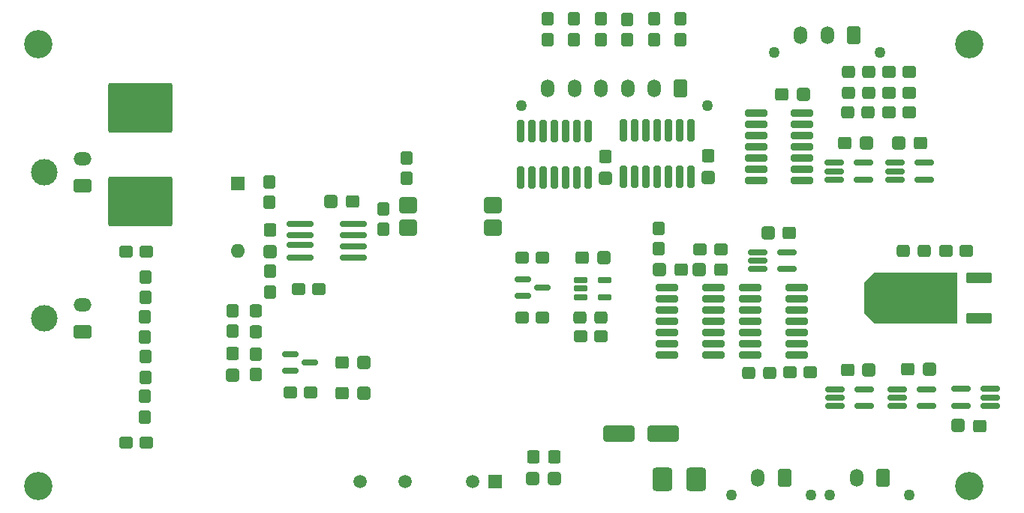
<source format=gbr>
%TF.GenerationSoftware,KiCad,Pcbnew,9.0.0*%
%TF.CreationDate,2025-07-11T04:59:07+08:00*%
%TF.ProjectId,tsal_g_v4.zip,7473616c-5f67-45f7-9634-2e7a69702e6b,rev?*%
%TF.SameCoordinates,Original*%
%TF.FileFunction,Soldermask,Top*%
%TF.FilePolarity,Negative*%
%FSLAX46Y46*%
G04 Gerber Fmt 4.6, Leading zero omitted, Abs format (unit mm)*
G04 Created by KiCad (PCBNEW 9.0.0) date 2025-07-11 04:59:07*
%MOMM*%
%LPD*%
G01*
G04 APERTURE LIST*
G04 Aperture macros list*
%AMRoundRect*
0 Rectangle with rounded corners*
0 $1 Rounding radius*
0 $2 $3 $4 $5 $6 $7 $8 $9 X,Y pos of 4 corners*
0 Add a 4 corners polygon primitive as box body*
4,1,4,$2,$3,$4,$5,$6,$7,$8,$9,$2,$3,0*
0 Add four circle primitives for the rounded corners*
1,1,$1+$1,$2,$3*
1,1,$1+$1,$4,$5*
1,1,$1+$1,$6,$7*
1,1,$1+$1,$8,$9*
0 Add four rect primitives between the rounded corners*
20,1,$1+$1,$2,$3,$4,$5,0*
20,1,$1+$1,$4,$5,$6,$7,0*
20,1,$1+$1,$6,$7,$8,$9,0*
20,1,$1+$1,$8,$9,$2,$3,0*%
%AMOutline5P*
0 Free polygon, 5 corners , with rotation*
0 The origin of the aperture is its center*
0 number of corners: always 5*
0 $1 to $10 corner X, Y*
0 $11 Rotation angle, in degrees counterclockwise*
0 create outline with 5 corners*
4,1,5,$1,$2,$3,$4,$5,$6,$7,$8,$9,$10,$1,$2,$11*%
%AMOutline6P*
0 Free polygon, 6 corners , with rotation*
0 The origin of the aperture is its center*
0 number of corners: always 6*
0 $1 to $12 corner X, Y*
0 $13 Rotation angle, in degrees counterclockwise*
0 create outline with 6 corners*
4,1,6,$1,$2,$3,$4,$5,$6,$7,$8,$9,$10,$11,$12,$1,$2,$13*%
%AMOutline7P*
0 Free polygon, 7 corners , with rotation*
0 The origin of the aperture is its center*
0 number of corners: always 7*
0 $1 to $14 corner X, Y*
0 $15 Rotation angle, in degrees counterclockwise*
0 create outline with 7 corners*
4,1,7,$1,$2,$3,$4,$5,$6,$7,$8,$9,$10,$11,$12,$13,$14,$1,$2,$15*%
%AMOutline8P*
0 Free polygon, 8 corners , with rotation*
0 The origin of the aperture is its center*
0 number of corners: always 8*
0 $1 to $16 corner X, Y*
0 $17 Rotation angle, in degrees counterclockwise*
0 create outline with 8 corners*
4,1,8,$1,$2,$3,$4,$5,$6,$7,$8,$9,$10,$11,$12,$13,$14,$15,$16,$1,$2,$17*%
G04 Aperture macros list end*
%ADD10RoundRect,0.278125X-0.474375X-0.389375X0.474375X-0.389375X0.474375X0.389375X-0.474375X0.389375X0*%
%ADD11RoundRect,0.304348X0.420652X0.395652X-0.420652X0.395652X-0.420652X-0.395652X0.420652X-0.395652X0*%
%ADD12RoundRect,0.120600X-1.111400X-0.281400X1.111400X-0.281400X1.111400X0.281400X-1.111400X0.281400X0*%
%ADD13RoundRect,0.122100X-1.109900X-0.284900X1.109900X-0.284900X1.109900X0.284900X-1.109900X0.284900X0*%
%ADD14C,1.270000*%
%ADD15RoundRect,0.250001X0.499999X0.759999X-0.499999X0.759999X-0.499999X-0.759999X0.499999X-0.759999X0*%
%ADD16O,1.500000X2.020000*%
%ADD17RoundRect,0.305575X-0.412525X0.460025X-0.412525X-0.460025X0.412525X-0.460025X0.412525X0.460025X0*%
%ADD18RoundRect,0.308511X-0.416489X0.457089X-0.416489X-0.457089X0.416489X-0.457089X0.416489X0.457089X0*%
%ADD19RoundRect,0.390352X0.722148X0.934648X-0.722148X0.934648X-0.722148X-0.934648X0.722148X-0.934648X0*%
%ADD20RoundRect,0.305575X0.460025X0.412525X-0.460025X0.412525X-0.460025X-0.412525X0.460025X-0.412525X0*%
%ADD21RoundRect,0.308511X0.457089X0.416489X-0.457089X0.416489X-0.457089X-0.416489X0.457089X-0.416489X0*%
%ADD22RoundRect,0.250000X-1.500000X-0.650000X1.500000X-0.650000X1.500000X0.650000X-1.500000X0.650000X0*%
%ADD23RoundRect,0.162500X-0.927500X-0.162500X0.927500X-0.162500X0.927500X0.162500X-0.927500X0.162500X0*%
%ADD24RoundRect,0.150000X-0.750000X-0.150000X0.750000X-0.150000X0.750000X0.150000X-0.750000X0.150000X0*%
%ADD25RoundRect,0.278125X0.389375X-0.474375X0.389375X0.474375X-0.389375X0.474375X-0.389375X-0.474375X0*%
%ADD26RoundRect,0.162500X-0.617500X-0.162500X0.617500X-0.162500X0.617500X0.162500X-0.617500X0.162500X0*%
%ADD27RoundRect,0.278125X0.474375X0.389375X-0.474375X0.389375X-0.474375X-0.389375X0.474375X-0.389375X0*%
%ADD28RoundRect,0.305575X-0.460025X-0.412525X0.460025X-0.412525X0.460025X0.412525X-0.460025X0.412525X0*%
%ADD29RoundRect,0.308511X-0.457089X-0.416489X0.457089X-0.416489X0.457089X0.416489X-0.457089X0.416489X0*%
%ADD30RoundRect,0.162500X0.927500X0.162500X-0.927500X0.162500X-0.927500X-0.162500X0.927500X-0.162500X0*%
%ADD31RoundRect,0.278125X-0.389375X0.474375X-0.389375X-0.474375X0.389375X-0.474375X0.389375X0.474375X0*%
%ADD32RoundRect,0.250000X1.230000X0.350000X-1.230000X0.350000X-1.230000X-0.350000X1.230000X-0.350000X0*%
%ADD33Outline6P,-5.220000X2.900000X4.060000X2.900000X5.220000X1.740000X5.220000X-1.740000X4.060000X-2.900000X-5.220000X-2.900000X180.000000*%
%ADD34R,1.600000X1.600000*%
%ADD35O,1.600000X1.600000*%
%ADD36RoundRect,0.120600X-0.281400X1.111400X-0.281400X-1.111400X0.281400X-1.111400X0.281400X1.111400X0*%
%ADD37RoundRect,0.122100X-0.284900X1.109900X-0.284900X-1.109900X0.284900X-1.109900X0.284900X1.109900X0*%
%ADD38C,3.200000*%
%ADD39RoundRect,0.249999X-0.750001X-0.640001X0.750001X-0.640001X0.750001X0.640001X-0.750001X0.640001X0*%
%ADD40RoundRect,0.251116X3.376384X-2.561384X3.376384X2.561384X-3.376384X2.561384X-3.376384X-2.561384X0*%
%ADD41C,3.000000*%
%ADD42RoundRect,0.250001X0.759999X-0.499999X0.759999X0.499999X-0.759999X0.499999X-0.759999X-0.499999X0*%
%ADD43O,2.020000X1.500000*%
%ADD44R,1.500000X1.500000*%
%ADD45C,1.500000*%
%ADD46RoundRect,0.304348X0.395652X-0.420652X0.395652X0.420652X-0.395652X0.420652X-0.395652X-0.420652X0*%
%ADD47RoundRect,0.150000X-1.350000X-0.150000X1.350000X-0.150000X1.350000X0.150000X-1.350000X0.150000X0*%
%ADD48RoundRect,0.150000X-1.337500X-0.150000X1.337500X-0.150000X1.337500X0.150000X-1.337500X0.150000X0*%
G04 APERTURE END LIST*
D10*
%TO.C,R31*%
X163897500Y-81367500D03*
X166202500Y-81367500D03*
%TD*%
D11*
%TO.C,D6*%
X155230000Y-63552103D03*
X152880000Y-63552103D03*
%TD*%
D12*
%TO.C,U9*%
X132445000Y-85505000D03*
X132445000Y-86775000D03*
X132445000Y-88045000D03*
X132445000Y-89315000D03*
X132445000Y-90585000D03*
X132445000Y-91855000D03*
X132445000Y-93125000D03*
X137685000Y-93125000D03*
D13*
X137685000Y-91860000D03*
D12*
X137685000Y-90585000D03*
X137685000Y-89315000D03*
X137685000Y-88045000D03*
X137685000Y-86775000D03*
X137685000Y-85505000D03*
%TD*%
D14*
%TO.C,J7*%
X148700000Y-109000000D03*
X139700000Y-109000000D03*
D15*
X145700000Y-107040000D03*
D16*
X142700000Y-107040000D03*
%TD*%
D17*
%TO.C,C1*%
X83406900Y-92984400D03*
D18*
X83400000Y-95415600D03*
%TD*%
D19*
%TO.C,F2*%
X135687500Y-107200000D03*
X131912500Y-107200000D03*
%TD*%
D20*
%TO.C,C11*%
X167691200Y-101156900D03*
D21*
X165260000Y-101150000D03*
%TD*%
D20*
%TO.C,C16*%
X133987500Y-83497500D03*
D21*
X131556300Y-83490600D03*
%TD*%
D22*
%TO.C,D3*%
X127000000Y-102000000D03*
X132000000Y-102000000D03*
%TD*%
D23*
%TO.C,U13*%
X142675000Y-81515000D03*
X142675000Y-82465000D03*
X142675000Y-83415000D03*
X145995000Y-83415000D03*
X145995000Y-81515000D03*
%TD*%
D24*
%TO.C,Q1*%
X116150000Y-84600000D03*
X116150000Y-86500000D03*
X118350000Y-85550000D03*
%TD*%
D25*
%TO.C,R6*%
X73467500Y-91152500D03*
X73467500Y-88847500D03*
%TD*%
D10*
%TO.C,R25*%
X157455000Y-65752103D03*
X159760000Y-65752103D03*
%TD*%
D26*
%TO.C,U4*%
X122700000Y-84700000D03*
X122700000Y-85650000D03*
X122700000Y-86600000D03*
X125400000Y-86600000D03*
X125400000Y-84700000D03*
%TD*%
D27*
%TO.C,R17*%
X125000000Y-91000000D03*
X122695000Y-91000000D03*
%TD*%
D10*
%TO.C,R4*%
X90847500Y-85692500D03*
X93152500Y-85692500D03*
%TD*%
D11*
%TO.C,D4*%
X124977500Y-88882500D03*
X122627500Y-88882500D03*
%TD*%
D17*
%TO.C,C6*%
X119706900Y-104684400D03*
D18*
X119700000Y-107115600D03*
%TD*%
D28*
%TO.C,C8*%
X152784400Y-94843100D03*
D29*
X155215600Y-94850000D03*
%TD*%
D11*
%TO.C,D10*%
X161425000Y-81400000D03*
X159075000Y-81400000D03*
%TD*%
D25*
%TO.C,R10*%
X87567500Y-75877500D03*
X87567500Y-73572500D03*
%TD*%
D28*
%TO.C,C4*%
X95746900Y-97493100D03*
D29*
X98178100Y-97500000D03*
%TD*%
D20*
%TO.C,C18*%
X161009017Y-69185417D03*
D21*
X158577817Y-69178517D03*
%TD*%
D30*
%TO.C,U10*%
X168920000Y-98900000D03*
X168920000Y-97950000D03*
X168920000Y-97000000D03*
X165600000Y-97000000D03*
X165600000Y-98900000D03*
%TD*%
D31*
%TO.C,R11*%
X87632500Y-83695000D03*
X87632500Y-86000000D03*
%TD*%
D32*
%TO.C,Q4*%
X167620000Y-88980000D03*
D33*
X159920000Y-86700000D03*
D32*
X167620000Y-84420000D03*
%TD*%
D17*
%TO.C,C21*%
X125485717Y-70712917D03*
D18*
X125478817Y-73144117D03*
%TD*%
D25*
%TO.C,R22*%
X118945266Y-57481017D03*
X118945266Y-55176017D03*
%TD*%
D14*
%TO.C,J8*%
X156500000Y-58960000D03*
X144500000Y-58960000D03*
D15*
X153500000Y-57000000D03*
D16*
X150500000Y-57000000D03*
X147500000Y-57000000D03*
%TD*%
D31*
%TO.C,R1*%
X86032500Y-93047500D03*
X86032500Y-95352500D03*
%TD*%
D11*
%TO.C,D5*%
X155130000Y-65752103D03*
X152780000Y-65752103D03*
%TD*%
D28*
%TO.C,C7*%
X122834400Y-82142048D03*
D29*
X125265600Y-82148948D03*
%TD*%
D12*
%TO.C,U20*%
X142448817Y-65768517D03*
X142448817Y-67038517D03*
X142448817Y-68308517D03*
X142448817Y-69578517D03*
X142448817Y-70848517D03*
X142448817Y-72118517D03*
X142448817Y-73388517D03*
X147688817Y-73388517D03*
D13*
X147688817Y-72123517D03*
D12*
X147688817Y-70848517D03*
X147688817Y-69578517D03*
X147688817Y-68308517D03*
X147688817Y-67038517D03*
X147688817Y-65768517D03*
%TD*%
D10*
%TO.C,R26*%
X157455000Y-61152103D03*
X159760000Y-61152103D03*
%TD*%
D31*
%TO.C,R13*%
X100432500Y-76647500D03*
X100432500Y-78952500D03*
%TD*%
D34*
%TO.C,D1*%
X84000000Y-73725000D03*
D35*
X84000000Y-81345000D03*
%TD*%
D17*
%TO.C,C2*%
X87606900Y-79009400D03*
D18*
X87600000Y-81440600D03*
%TD*%
D11*
%TO.C,D7*%
X155221334Y-61189088D03*
X152871334Y-61189088D03*
%TD*%
D36*
%TO.C,U5*%
X135088817Y-67758517D03*
X133818817Y-67758517D03*
X132548817Y-67758517D03*
X131278817Y-67758517D03*
X130008817Y-67758517D03*
X128738817Y-67758517D03*
X127468817Y-67758517D03*
X127468817Y-72998517D03*
D37*
X128733817Y-72998517D03*
D36*
X130008817Y-72998517D03*
X131278817Y-72998517D03*
X132548817Y-72998517D03*
X133818817Y-72998517D03*
X135088817Y-72998517D03*
%TD*%
D38*
%TO.C,H3*%
X166500000Y-108000000D03*
%TD*%
D28*
%TO.C,C15*%
X152518817Y-69171617D03*
D29*
X154950017Y-69178517D03*
%TD*%
D12*
%TO.C,U12*%
X141815000Y-85555000D03*
X141815000Y-86825000D03*
X141815000Y-88095000D03*
X141815000Y-89365000D03*
X141815000Y-90635000D03*
X141815000Y-91905000D03*
X141815000Y-93175000D03*
X147055000Y-93175000D03*
D13*
X147055000Y-91910000D03*
D12*
X147055000Y-90635000D03*
X147055000Y-89365000D03*
X147055000Y-88095000D03*
X147055000Y-86825000D03*
X147055000Y-85555000D03*
%TD*%
D10*
%TO.C,R2*%
X89895000Y-97400000D03*
X92200000Y-97400000D03*
%TD*%
D28*
%TO.C,C12*%
X159628800Y-94743100D03*
D29*
X162060000Y-94750000D03*
%TD*%
D39*
%TO.C,U2*%
X103235000Y-76230000D03*
X103235000Y-78770000D03*
X112765000Y-78770000D03*
X112765000Y-76230000D03*
%TD*%
D40*
%TO.C,F1*%
X73000000Y-75775000D03*
X73000000Y-65225000D03*
%TD*%
D25*
%TO.C,R18*%
X127967500Y-57502500D03*
X127967500Y-55197500D03*
%TD*%
D20*
%TO.C,C23*%
X138503100Y-83504400D03*
D21*
X136071900Y-83497500D03*
%TD*%
D10*
%TO.C,R15*%
X116097500Y-88917500D03*
X118402500Y-88917500D03*
%TD*%
D38*
%TO.C,H4*%
X166500000Y-58000000D03*
%TD*%
D41*
%TO.C,J2*%
X62180000Y-89000000D03*
D42*
X66500000Y-90500000D03*
D43*
X66500000Y-87500000D03*
%TD*%
D25*
%TO.C,R21*%
X121951976Y-57481017D03*
X121951976Y-55176017D03*
%TD*%
D23*
%TO.C,U7*%
X151340000Y-97050000D03*
X151340000Y-98000000D03*
X151340000Y-98950000D03*
X154660000Y-98950000D03*
X154660000Y-97050000D03*
%TD*%
D31*
%TO.C,R7*%
X73532500Y-93347500D03*
X73532500Y-95652500D03*
%TD*%
D44*
%TO.C,U3*%
X113000000Y-107500000D03*
D45*
X110460000Y-107500000D03*
X102840000Y-107500000D03*
X97760000Y-107500000D03*
%TD*%
D11*
%TO.C,D9*%
X143985000Y-95165000D03*
X141635000Y-95165000D03*
%TD*%
D38*
%TO.C,H1*%
X61500000Y-58000000D03*
%TD*%
D31*
%TO.C,R5*%
X73532500Y-84347500D03*
X73532500Y-86652500D03*
%TD*%
D17*
%TO.C,C22*%
X137085717Y-70642917D03*
D18*
X137078817Y-73074117D03*
%TD*%
D23*
%TO.C,U14*%
X151258817Y-71428517D03*
X151258817Y-72378517D03*
X151258817Y-73328517D03*
X154578817Y-73328517D03*
X154578817Y-71428517D03*
%TD*%
D31*
%TO.C,R14*%
X103032500Y-70847500D03*
X103032500Y-73152500D03*
%TD*%
D27*
%TO.C,R9*%
X73652500Y-103032500D03*
X71347500Y-103032500D03*
%TD*%
D10*
%TO.C,R30*%
X146282500Y-95132500D03*
X148587500Y-95132500D03*
%TD*%
D25*
%TO.C,R12*%
X83367500Y-90477500D03*
X83367500Y-88172500D03*
%TD*%
D23*
%TO.C,U11*%
X158400000Y-97050000D03*
X158400000Y-98000000D03*
X158400000Y-98950000D03*
X161720000Y-98950000D03*
X161720000Y-97050000D03*
%TD*%
D25*
%TO.C,R23*%
X124958686Y-57481017D03*
X124958686Y-55176017D03*
%TD*%
D28*
%TO.C,C5*%
X95746900Y-93993100D03*
D29*
X98178100Y-94000000D03*
%TD*%
D25*
%TO.C,R29*%
X131467500Y-81152500D03*
X131467500Y-78847500D03*
%TD*%
D10*
%TO.C,R3*%
X71347500Y-81467500D03*
X73652500Y-81467500D03*
%TD*%
D25*
%TO.C,R19*%
X133978817Y-57481017D03*
X133978817Y-55176017D03*
%TD*%
D28*
%TO.C,C24*%
X145403217Y-63671617D03*
D29*
X147834417Y-63678517D03*
%TD*%
D46*
%TO.C,D2*%
X86000000Y-90500000D03*
X86000000Y-88150000D03*
%TD*%
D25*
%TO.C,R20*%
X130972107Y-57481017D03*
X130972107Y-55176017D03*
%TD*%
D36*
%TO.C,U6*%
X123488817Y-67808517D03*
X122218817Y-67808517D03*
X120948817Y-67808517D03*
X119678817Y-67808517D03*
X118408817Y-67808517D03*
X117138817Y-67808517D03*
X115868817Y-67808517D03*
X115868817Y-73048517D03*
D37*
X117133817Y-73048517D03*
D36*
X118408817Y-73048517D03*
X119678817Y-73048517D03*
X120948817Y-73048517D03*
X122218817Y-73048517D03*
X123488817Y-73048517D03*
%TD*%
D23*
%TO.C,U16*%
X158158817Y-71428517D03*
X158158817Y-72378517D03*
X158158817Y-73328517D03*
X161478817Y-73328517D03*
X161478817Y-71428517D03*
%TD*%
D24*
%TO.C,U1*%
X89900000Y-93050000D03*
X89900000Y-94950000D03*
X92100000Y-94000000D03*
%TD*%
D17*
%TO.C,C9*%
X117306900Y-104684400D03*
D18*
X117300000Y-107115600D03*
%TD*%
D47*
%TO.C,LM1*%
X91000000Y-78320000D03*
X91000000Y-79590000D03*
D48*
X90987500Y-80725000D03*
D47*
X91000000Y-82130000D03*
X97000000Y-82130000D03*
X97000000Y-80860000D03*
X97000000Y-79590000D03*
X97000000Y-78320000D03*
%TD*%
D38*
%TO.C,H2*%
X61500000Y-108000000D03*
%TD*%
D27*
%TO.C,R16*%
X118402500Y-82182500D03*
X116097500Y-82182500D03*
%TD*%
D14*
%TO.C,J6*%
X159800000Y-108960000D03*
X150800000Y-108960000D03*
D15*
X156800000Y-107000000D03*
D16*
X153800000Y-107000000D03*
%TD*%
D20*
%TO.C,C19*%
X146250600Y-79371900D03*
D21*
X143819400Y-79365000D03*
%TD*%
D20*
%TO.C,C3*%
X96950000Y-75800000D03*
D21*
X94518800Y-75793100D03*
%TD*%
D25*
%TO.C,R8*%
X73467500Y-100152500D03*
X73467500Y-97847500D03*
%TD*%
D10*
%TO.C,R24*%
X157450000Y-63500000D03*
X159755000Y-63500000D03*
%TD*%
D14*
%TO.C,J3*%
X136978817Y-64933517D03*
X115978817Y-64933517D03*
D15*
X133978817Y-62973517D03*
D16*
X130978817Y-62973517D03*
X127978817Y-62973517D03*
X124978817Y-62973517D03*
X121978817Y-62973517D03*
X118978817Y-62973517D03*
%TD*%
D41*
%TO.C,J1*%
X62180000Y-72500000D03*
D42*
X66500000Y-74000000D03*
D43*
X66500000Y-71000000D03*
%TD*%
D10*
%TO.C,R28*%
X136182500Y-81232500D03*
X138487500Y-81232500D03*
%TD*%
M02*

</source>
